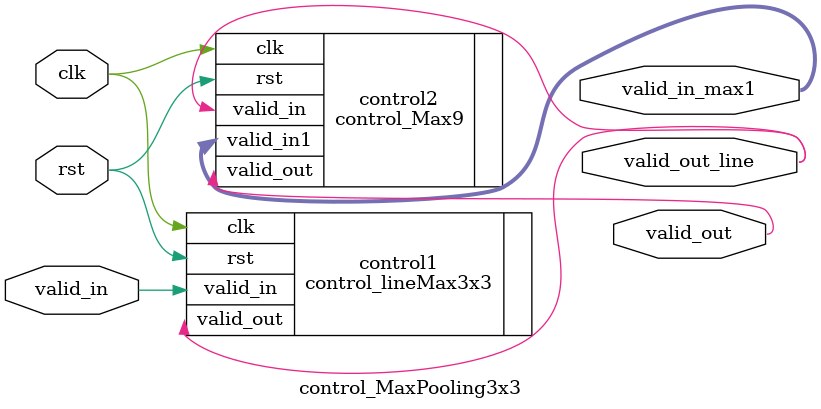
<source format=v>
module control_MaxPooling3x3#(
    parameter WIDTH = 5
)(
    input  clk, rst, valid_in,
    output valid_out_line, 
    output [2:0] valid_in_max1, 
    output  valid_out
);

  control_lineMax3x3#(
    .WIDTH(WIDTH)
    ) control1(
    .valid_in(valid_in), 
    .clk(clk), 
    .rst(rst),
    .valid_out(valid_out_line)  
    ); 
    
  control_Max9 control2(
    .valid_in(valid_out_line), 
    .clk(clk), 
    .rst(rst),
    .valid_out(valid_out), 
    .valid_in1(valid_in_max1) 
  );


endmodule










</source>
